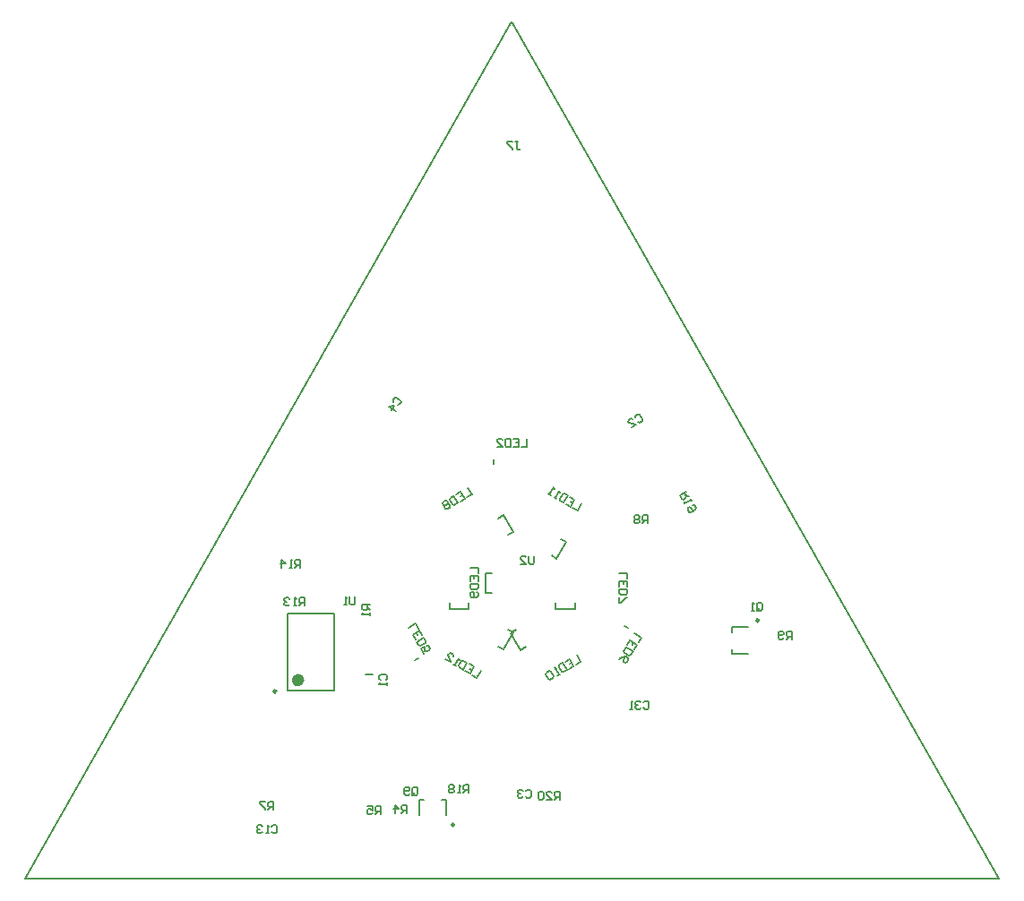
<source format=gbo>
%FSLAX25Y25*%
%MOIN*%
G70*
G01*
G75*
G04 Layer_Color=32896*
%ADD10C,0.00700*%
%ADD11R,0.06299X0.02992*%
%ADD12R,0.07087X0.05512*%
%ADD13R,0.13386X0.07087*%
%ADD14R,0.01181X0.03347*%
%ADD15R,0.03937X0.03937*%
%ADD16R,0.02992X0.09449*%
%ADD17R,0.03937X0.04331*%
%ADD18R,0.05906X0.05118*%
%ADD19R,0.02362X0.01969*%
%ADD20O,0.07087X0.01181*%
%ADD21O,0.01181X0.07087*%
%ADD22R,0.04331X0.03937*%
G04:AMPARAMS|DCode=23|XSize=39.37mil|YSize=43.31mil|CornerRadius=0mil|HoleSize=0mil|Usage=FLASHONLY|Rotation=150.000|XOffset=0mil|YOffset=0mil|HoleType=Round|Shape=Rectangle|*
%AMROTATEDRECTD23*
4,1,4,0.02788,0.00891,0.00622,-0.02860,-0.02788,-0.00891,-0.00622,0.02860,0.02788,0.00891,0.0*
%
%ADD23ROTATEDRECTD23*%

%ADD24R,0.05118X0.05906*%
%ADD25R,0.02362X0.03543*%
%ADD26R,0.02559X0.02953*%
%ADD27R,0.02953X0.02559*%
%ADD28R,0.03937X0.03347*%
%ADD29R,0.03937X0.03347*%
%ADD30R,0.03347X0.03937*%
%ADD31R,0.03347X0.03937*%
%ADD32C,0.01000*%
%ADD33C,0.02000*%
%ADD34C,0.00600*%
%ADD35C,0.20000*%
%ADD36C,0.03937*%
%ADD37C,0.06000*%
%ADD38C,0.02598*%
%ADD39C,0.02000*%
%ADD40C,0.04000*%
%ADD41C,0.16500*%
%ADD42C,0.07201*%
%ADD43C,0.07150*%
%ADD44C,0.08000*%
G04:AMPARAMS|DCode=45|XSize=100mil|YSize=100mil|CornerRadius=0mil|HoleSize=0mil|Usage=FLASHONLY|Rotation=0.000|XOffset=0mil|YOffset=0mil|HoleType=Round|Shape=Relief|Width=10mil|Gap=10mil|Entries=4|*
%AMTHD45*
7,0,0,0.10000,0.08000,0.01000,45*
%
%ADD45THD45*%
%ADD46C,0.05299*%
%ADD47C,0.05000*%
G04:AMPARAMS|DCode=48|XSize=70mil|YSize=70mil|CornerRadius=0mil|HoleSize=0mil|Usage=FLASHONLY|Rotation=0.000|XOffset=0mil|YOffset=0mil|HoleType=Round|Shape=Relief|Width=10mil|Gap=10mil|Entries=4|*
%AMTHD48*
7,0,0,0.07000,0.05000,0.01000,45*
%
%ADD48THD48*%
G04:AMPARAMS|DCode=49|XSize=20.08mil|YSize=29.53mil|CornerRadius=0mil|HoleSize=0mil|Usage=FLASHONLY|Rotation=240.000|XOffset=0mil|YOffset=0mil|HoleType=Round|Shape=Rectangle|*
%AMROTATEDRECTD49*
4,1,4,-0.00777,0.01608,0.01781,0.00131,0.00777,-0.01608,-0.01781,-0.00131,-0.00777,0.01608,0.0*
%
%ADD49ROTATEDRECTD49*%

%ADD50R,0.06102X0.01772*%
G04:AMPARAMS|DCode=51|XSize=23.62mil|YSize=35.43mil|CornerRadius=0mil|HoleSize=0mil|Usage=FLASHONLY|Rotation=330.000|XOffset=0mil|YOffset=0mil|HoleType=Round|Shape=Rectangle|*
%AMROTATEDRECTD51*
4,1,4,-0.01909,-0.00944,-0.00137,0.02125,0.01909,0.00944,0.00137,-0.02125,-0.01909,-0.00944,0.0*
%
%ADD51ROTATEDRECTD51*%

G04:AMPARAMS|DCode=52|XSize=59.06mil|YSize=51.18mil|CornerRadius=0mil|HoleSize=0mil|Usage=FLASHONLY|Rotation=30.000|XOffset=0mil|YOffset=0mil|HoleType=Round|Shape=Rectangle|*
%AMROTATEDRECTD52*
4,1,4,-0.01278,-0.03693,-0.03837,0.00740,0.01278,0.03693,0.03837,-0.00740,-0.01278,-0.03693,0.0*
%
%ADD52ROTATEDRECTD52*%

G04:AMPARAMS|DCode=53|XSize=59.06mil|YSize=51.18mil|CornerRadius=0mil|HoleSize=0mil|Usage=FLASHONLY|Rotation=150.000|XOffset=0mil|YOffset=0mil|HoleType=Round|Shape=Rectangle|*
%AMROTATEDRECTD53*
4,1,4,0.03837,0.00740,0.01278,-0.03693,-0.03837,-0.00740,-0.01278,0.03693,0.03837,0.00740,0.0*
%
%ADD53ROTATEDRECTD53*%

%ADD54R,0.02953X0.02008*%
%ADD55R,0.03543X0.02362*%
G04:AMPARAMS|DCode=56|XSize=23.62mil|YSize=35.43mil|CornerRadius=0mil|HoleSize=0mil|Usage=FLASHONLY|Rotation=210.000|XOffset=0mil|YOffset=0mil|HoleType=Round|Shape=Rectangle|*
%AMROTATEDRECTD56*
4,1,4,0.00137,0.02125,0.01909,-0.00944,-0.00137,-0.02125,-0.01909,0.00944,0.00137,0.02125,0.0*
%
%ADD56ROTATEDRECTD56*%

%ADD57R,0.02008X0.02953*%
G04:AMPARAMS|DCode=58|XSize=20.08mil|YSize=29.53mil|CornerRadius=0mil|HoleSize=0mil|Usage=FLASHONLY|Rotation=300.000|XOffset=0mil|YOffset=0mil|HoleType=Round|Shape=Rectangle|*
%AMROTATEDRECTD58*
4,1,4,-0.01781,0.00131,0.00777,0.01608,0.01781,-0.00131,-0.00777,-0.01608,-0.01781,0.00131,0.0*
%
%ADD58ROTATEDRECTD58*%

G04:AMPARAMS|DCode=59|XSize=25.59mil|YSize=29.53mil|CornerRadius=0mil|HoleSize=0mil|Usage=FLASHONLY|Rotation=30.000|XOffset=0mil|YOffset=0mil|HoleType=Round|Shape=Rectangle|*
%AMROTATEDRECTD59*
4,1,4,-0.00370,-0.01918,-0.01846,0.00639,0.00370,0.01918,0.01846,-0.00639,-0.00370,-0.01918,0.0*
%
%ADD59ROTATEDRECTD59*%

G04:AMPARAMS|DCode=60|XSize=23.62mil|YSize=39.37mil|CornerRadius=0mil|HoleSize=0mil|Usage=FLASHONLY|Rotation=240.000|XOffset=0mil|YOffset=0mil|HoleType=Round|Shape=Rectangle|*
%AMROTATEDRECTD60*
4,1,4,-0.01114,0.02007,0.02295,0.00039,0.01114,-0.02007,-0.02295,-0.00039,-0.01114,0.02007,0.0*
%
%ADD60ROTATEDRECTD60*%

G04:AMPARAMS|DCode=61|XSize=23.62mil|YSize=39.37mil|CornerRadius=0mil|HoleSize=0mil|Usage=FLASHONLY|Rotation=300.000|XOffset=0mil|YOffset=0mil|HoleType=Round|Shape=Rectangle|*
%AMROTATEDRECTD61*
4,1,4,-0.02295,0.00039,0.01114,0.02007,0.02295,-0.00039,-0.01114,-0.02007,-0.02295,0.00039,0.0*
%
%ADD61ROTATEDRECTD61*%

%ADD62R,0.02362X0.03937*%
%ADD63R,0.02362X0.03740*%
%ADD64C,0.02362*%
%ADD65C,0.00984*%
%ADD66C,0.00787*%
%ADD67R,0.07099X0.03792*%
%ADD68R,0.07887X0.06312*%
%ADD69R,0.14186X0.07887*%
%ADD70R,0.01981X0.04147*%
%ADD71R,0.04737X0.04737*%
%ADD72R,0.03386X0.09843*%
%ADD73R,0.04737X0.05131*%
%ADD74R,0.06706X0.05918*%
%ADD75R,0.03162X0.02769*%
%ADD76O,0.07887X0.01981*%
%ADD77O,0.01981X0.07887*%
%ADD78R,0.05131X0.04737*%
G04:AMPARAMS|DCode=79|XSize=47.37mil|YSize=51.31mil|CornerRadius=0mil|HoleSize=0mil|Usage=FLASHONLY|Rotation=150.000|XOffset=0mil|YOffset=0mil|HoleType=Round|Shape=Rectangle|*
%AMROTATEDRECTD79*
4,1,4,0.03334,0.01037,0.00769,-0.03406,-0.03334,-0.01037,-0.00769,0.03406,0.03334,0.01037,0.0*
%
%ADD79ROTATEDRECTD79*%

%ADD80R,0.05918X0.06706*%
%ADD81R,0.03162X0.04343*%
%ADD82R,0.03359X0.03753*%
%ADD83R,0.03753X0.03359*%
%ADD84R,0.04737X0.04147*%
%ADD85R,0.04737X0.04147*%
%ADD86R,0.04147X0.04737*%
%ADD87R,0.04147X0.04737*%
%ADD88C,0.20300*%
%ADD89C,0.04331*%
%ADD90C,0.06800*%
%ADD91C,0.02800*%
G04:AMPARAMS|DCode=92|XSize=28.08mil|YSize=37.53mil|CornerRadius=0mil|HoleSize=0mil|Usage=FLASHONLY|Rotation=240.000|XOffset=0mil|YOffset=0mil|HoleType=Round|Shape=Rectangle|*
%AMROTATEDRECTD92*
4,1,4,-0.00923,0.02154,0.02327,0.00278,0.00923,-0.02154,-0.02327,-0.00278,-0.00923,0.02154,0.0*
%
%ADD92ROTATEDRECTD92*%

%ADD93C,0.04737*%
%ADD94R,0.06902X0.02572*%
G04:AMPARAMS|DCode=95|XSize=31.62mil|YSize=43.43mil|CornerRadius=0mil|HoleSize=0mil|Usage=FLASHONLY|Rotation=330.000|XOffset=0mil|YOffset=0mil|HoleType=Round|Shape=Rectangle|*
%AMROTATEDRECTD95*
4,1,4,-0.02455,-0.01090,-0.00283,0.02671,0.02455,0.01090,0.00283,-0.02671,-0.02455,-0.01090,0.0*
%
%ADD95ROTATEDRECTD95*%

G04:AMPARAMS|DCode=96|XSize=67.06mil|YSize=59.18mil|CornerRadius=0mil|HoleSize=0mil|Usage=FLASHONLY|Rotation=30.000|XOffset=0mil|YOffset=0mil|HoleType=Round|Shape=Rectangle|*
%AMROTATEDRECTD96*
4,1,4,-0.01424,-0.04239,-0.04383,0.00886,0.01424,0.04239,0.04383,-0.00886,-0.01424,-0.04239,0.0*
%
%ADD96ROTATEDRECTD96*%

G04:AMPARAMS|DCode=97|XSize=67.06mil|YSize=59.18mil|CornerRadius=0mil|HoleSize=0mil|Usage=FLASHONLY|Rotation=150.000|XOffset=0mil|YOffset=0mil|HoleType=Round|Shape=Rectangle|*
%AMROTATEDRECTD97*
4,1,4,0.04383,0.00886,0.01424,-0.04239,-0.04383,-0.00886,-0.01424,0.04239,0.04383,0.00886,0.0*
%
%ADD97ROTATEDRECTD97*%

%ADD98R,0.03753X0.02808*%
%ADD99R,0.04343X0.03162*%
G04:AMPARAMS|DCode=100|XSize=31.62mil|YSize=43.43mil|CornerRadius=0mil|HoleSize=0mil|Usage=FLASHONLY|Rotation=210.000|XOffset=0mil|YOffset=0mil|HoleType=Round|Shape=Rectangle|*
%AMROTATEDRECTD100*
4,1,4,0.00283,0.02671,0.02455,-0.01090,-0.00283,-0.02671,-0.02455,0.01090,0.00283,0.02671,0.0*
%
%ADD100ROTATEDRECTD100*%

%ADD101R,0.02808X0.03753*%
G04:AMPARAMS|DCode=102|XSize=28.08mil|YSize=37.53mil|CornerRadius=0mil|HoleSize=0mil|Usage=FLASHONLY|Rotation=300.000|XOffset=0mil|YOffset=0mil|HoleType=Round|Shape=Rectangle|*
%AMROTATEDRECTD102*
4,1,4,-0.02327,0.00278,0.00923,0.02154,0.02327,-0.00278,-0.00923,-0.02154,-0.02327,0.00278,0.0*
%
%ADD102ROTATEDRECTD102*%

G04:AMPARAMS|DCode=103|XSize=33.59mil|YSize=37.53mil|CornerRadius=0mil|HoleSize=0mil|Usage=FLASHONLY|Rotation=30.000|XOffset=0mil|YOffset=0mil|HoleType=Round|Shape=Rectangle|*
%AMROTATEDRECTD103*
4,1,4,-0.00516,-0.02465,-0.02393,0.00785,0.00516,0.02465,0.02393,-0.00785,-0.00516,-0.02465,0.0*
%
%ADD103ROTATEDRECTD103*%

%ADD104C,0.02800*%
G04:AMPARAMS|DCode=105|XSize=31.62mil|YSize=47.37mil|CornerRadius=0mil|HoleSize=0mil|Usage=FLASHONLY|Rotation=240.000|XOffset=0mil|YOffset=0mil|HoleType=Round|Shape=Rectangle|*
%AMROTATEDRECTD105*
4,1,4,-0.01261,0.02554,0.02842,0.00185,0.01261,-0.02554,-0.02842,-0.00185,-0.01261,0.02554,0.0*
%
%ADD105ROTATEDRECTD105*%

G04:AMPARAMS|DCode=106|XSize=31.62mil|YSize=47.37mil|CornerRadius=0mil|HoleSize=0mil|Usage=FLASHONLY|Rotation=300.000|XOffset=0mil|YOffset=0mil|HoleType=Round|Shape=Rectangle|*
%AMROTATEDRECTD106*
4,1,4,-0.02842,0.00185,0.01261,0.02554,0.02842,-0.00185,-0.01261,-0.02554,-0.02842,0.00185,0.0*
%
%ADD106ROTATEDRECTD106*%

%ADD107R,0.03162X0.04737*%
%ADD108R,0.03162X0.04540*%
%ADD109C,0.03398*%
D34*
X-1343Y-17563D02*
X566Y-18665D01*
X-3076Y-24973D02*
X566Y-18665D01*
X-4985Y-23870D02*
X-3076Y-24973D01*
X-54331Y-34252D02*
X-51968D01*
X-9783Y-3701D02*
X-7579D01*
X-9783D02*
Y3583D01*
X-7579D01*
X23386Y-9882D02*
Y-7677D01*
X16102Y-9882D02*
X23386D01*
X16102D02*
Y-7677D01*
X-5044Y23973D02*
X-3135Y25075D01*
X507Y18767D01*
X-1403Y17665D02*
X507Y18767D01*
X-15984Y-9882D02*
Y-7677D01*
X-23268Y-9882D02*
X-15984D01*
X-23268D02*
Y-7677D01*
X3135Y-25075D02*
X5044Y-23973D01*
X-507Y-18767D02*
X3135Y-25075D01*
X-507Y-18767D02*
X1403Y-17665D01*
X18341Y16296D02*
X20251Y15193D01*
X16609Y8885D02*
X20251Y15193D01*
X14700Y9988D02*
X16609Y8885D01*
X-11493Y-32836D02*
X-12992Y-35433D01*
X-14724Y-34433D01*
X-15821Y-30337D02*
X-14090Y-31336D01*
X-15589Y-33934D01*
X-17321Y-32934D01*
X-14840Y-32635D02*
X-15705Y-32135D01*
X-16687Y-29837D02*
X-18187Y-32434D01*
X-19485Y-31684D01*
X-19668Y-31001D01*
X-18668Y-29270D01*
X-17986Y-29087D01*
X-16687Y-29837D01*
X-20784Y-30935D02*
X-21650Y-30435D01*
X-21217Y-30685D01*
X-19717Y-28087D01*
X-19534Y-28770D01*
X-24680Y-28685D02*
X-22948Y-29685D01*
X-23680Y-26954D01*
X-23430Y-26521D01*
X-22747Y-26338D01*
X-21882Y-26838D01*
X-21699Y-27521D01*
X1201Y164080D02*
X2200D01*
X1701D01*
Y161581D01*
X2200Y161081D01*
X2700D01*
X3200Y161581D01*
X201Y164080D02*
X-1798D01*
Y163580D01*
X201Y161581D01*
Y161081D01*
X-37039Y-78634D02*
Y-76635D01*
X-36539Y-76135D01*
X-35539D01*
X-35039Y-76635D01*
Y-78634D01*
X-35539Y-79134D01*
X-36539D01*
X-36039Y-78134D02*
X-37039Y-79134D01*
X-36539D02*
X-37039Y-78634D01*
X-38038D02*
X-38538Y-79134D01*
X-39538D01*
X-40038Y-78634D01*
Y-76635D01*
X-39538Y-76135D01*
X-38538D01*
X-38038Y-76635D01*
Y-77135D01*
X-38538Y-77634D01*
X-40038D01*
X-58439Y-5315D02*
Y-7814D01*
X-58939Y-8314D01*
X-59939D01*
X-60439Y-7814D01*
Y-5315D01*
X-61438Y-8314D02*
X-62438D01*
X-61938D01*
Y-5315D01*
X-61438Y-5815D01*
X17787Y-80800D02*
Y-77801D01*
X16288D01*
X15788Y-78301D01*
Y-79300D01*
X16288Y-79800D01*
X17787D01*
X16788D02*
X15788Y-80800D01*
X12789D02*
X14788D01*
X12789Y-78801D01*
Y-78301D01*
X13289Y-77801D01*
X14288D01*
X14788Y-78301D01*
X11789D02*
X11289Y-77801D01*
X10290D01*
X9790Y-78301D01*
Y-80300D01*
X10290Y-80800D01*
X11289D01*
X11789Y-80300D01*
Y-78301D01*
X45434Y-18973D02*
X48031Y-20472D01*
X47032Y-22204D01*
X42935Y-23302D02*
X43935Y-21570D01*
X46532Y-23070D01*
X45532Y-24801D01*
X45233Y-22320D02*
X44734Y-23186D01*
X42435Y-24167D02*
X45033Y-25667D01*
X44283Y-26965D01*
X43600Y-27149D01*
X41868Y-26149D01*
X41686Y-25466D01*
X42435Y-24167D01*
X39936Y-28496D02*
X40869Y-27880D01*
X42234Y-27514D01*
X43100Y-28014D01*
X43283Y-28697D01*
X42783Y-29563D01*
X42100Y-29746D01*
X41668Y-29496D01*
X41485Y-28813D01*
X42234Y-27514D01*
X48901Y-44618D02*
X49401Y-44118D01*
X50401D01*
X50901Y-44618D01*
Y-46617D01*
X50401Y-47117D01*
X49401D01*
X48901Y-46617D01*
X47902Y-44618D02*
X47402Y-44118D01*
X46402D01*
X45902Y-44618D01*
Y-45118D01*
X46402Y-45618D01*
X46902D01*
X46402D01*
X45902Y-46118D01*
Y-46617D01*
X46402Y-47117D01*
X47402D01*
X47902Y-46617D01*
X44903Y-47117D02*
X43903D01*
X44403D01*
Y-44118D01*
X44903Y-44618D01*
X-48956Y-36251D02*
X-49456Y-35752D01*
Y-34752D01*
X-48956Y-34252D01*
X-46957D01*
X-46457Y-34752D01*
Y-35752D01*
X-46957Y-36251D01*
X-46457Y-37251D02*
Y-38251D01*
Y-37751D01*
X-49456D01*
X-48956Y-37251D01*
X45838Y61401D02*
X46021Y62084D01*
X46887Y62584D01*
X47569Y62401D01*
X48569Y60669D01*
X48386Y59986D01*
X47520Y59487D01*
X46837Y59669D01*
X44490Y57737D02*
X46222Y58737D01*
X43490Y59469D01*
X43241Y59901D01*
X43424Y60584D01*
X44289Y61084D01*
X44972Y60901D01*
X5188Y-77650D02*
X5688Y-77151D01*
X6688D01*
X7187Y-77650D01*
Y-79650D01*
X6688Y-80150D01*
X5688D01*
X5188Y-79650D01*
X4188Y-77650D02*
X3689Y-77151D01*
X2689D01*
X2189Y-77650D01*
Y-78150D01*
X2689Y-78650D01*
X3189D01*
X2689D01*
X2189Y-79150D01*
Y-79650D01*
X2689Y-80150D01*
X3689D01*
X4188Y-79650D01*
X-44109Y67235D02*
X-44292Y67917D01*
X-43792Y68783D01*
X-43109Y68966D01*
X-41378Y67967D01*
X-41195Y67284D01*
X-41695Y66418D01*
X-42377Y66235D01*
X-43194Y63821D02*
X-45791Y65320D01*
X-43743Y65869D01*
X-44743Y64138D01*
X-89401Y-90808D02*
X-88901Y-90308D01*
X-87901D01*
X-87402Y-90808D01*
Y-92807D01*
X-87901Y-93307D01*
X-88901D01*
X-89401Y-92807D01*
X-90401Y-93307D02*
X-91400D01*
X-90900D01*
Y-90308D01*
X-90401Y-90808D01*
X-92900D02*
X-93400Y-90308D01*
X-94399D01*
X-94899Y-90808D01*
Y-91308D01*
X-94399Y-91808D01*
X-93900D01*
X-94399D01*
X-94899Y-92307D01*
Y-92807D01*
X-94399Y-93307D01*
X-93400D01*
X-92900Y-92807D01*
X-52756Y-8268D02*
X-55755D01*
Y-9767D01*
X-55255Y-10267D01*
X-54255D01*
X-53756Y-9767D01*
Y-8268D01*
Y-9267D02*
X-52756Y-10267D01*
Y-11267D02*
Y-12266D01*
Y-11767D01*
X-55755D01*
X-55255Y-11267D01*
X-38976Y-85827D02*
Y-82828D01*
X-40476D01*
X-40976Y-83328D01*
Y-84327D01*
X-40476Y-84827D01*
X-38976D01*
X-39976D02*
X-40976Y-85827D01*
X-43475D02*
Y-82828D01*
X-41975Y-84327D01*
X-43975D01*
X-48819Y-86221D02*
Y-83221D01*
X-50318D01*
X-50818Y-83721D01*
Y-84721D01*
X-50318Y-85221D01*
X-48819D01*
X-49819D02*
X-50818Y-86221D01*
X-53817Y-83221D02*
X-51818D01*
Y-84721D01*
X-52818Y-84221D01*
X-53317D01*
X-53817Y-84721D01*
Y-85721D01*
X-53317Y-86221D01*
X-52318D01*
X-51818Y-85721D01*
X-88757Y-84646D02*
Y-81647D01*
X-90256D01*
X-90756Y-82147D01*
Y-83146D01*
X-90256Y-83646D01*
X-88757D01*
X-89756D02*
X-90756Y-84646D01*
X-91756Y-81647D02*
X-93755D01*
Y-82147D01*
X-91756Y-84146D01*
Y-84646D01*
X8209Y9934D02*
Y7435D01*
X7710Y6935D01*
X6710D01*
X6210Y7435D01*
Y9934D01*
X3211Y6935D02*
X5210D01*
X3211Y8935D01*
Y9435D01*
X3711Y9934D01*
X4711D01*
X5210Y9435D01*
X5500Y53599D02*
Y50600D01*
X3501D01*
X502Y53599D02*
X2501D01*
Y50600D01*
X502D01*
X2501Y52100D02*
X1501D01*
X-498Y53599D02*
Y50600D01*
X-1998D01*
X-2497Y51100D01*
Y53099D01*
X-1998Y53599D01*
X-498D01*
X-5496Y50600D02*
X-3497D01*
X-5496Y52599D01*
Y53099D01*
X-4997Y53599D01*
X-3997D01*
X-3497Y53099D01*
X-38424Y-16854D02*
X-35827Y-15354D01*
X-34827Y-17086D01*
X-35925Y-21183D02*
X-36924Y-19451D01*
X-34327Y-17952D01*
X-33328Y-19683D01*
X-35626Y-18701D02*
X-35126Y-19567D01*
X-35425Y-22048D02*
X-32828Y-20549D01*
X-32078Y-21847D01*
X-32261Y-22530D01*
X-33992Y-23530D01*
X-34675Y-23347D01*
X-35425Y-22048D01*
X-32926Y-26377D02*
X-33926Y-24646D01*
X-32627Y-23896D01*
X-32560Y-25012D01*
X-32310Y-25444D01*
X-31627Y-25627D01*
X-30761Y-25127D01*
X-30579Y-24445D01*
X-31078Y-23579D01*
X-31761Y-23396D01*
X39914Y3543D02*
X42913D01*
Y1544D01*
X39914Y-1455D02*
Y544D01*
X42913D01*
Y-1455D01*
X41414Y544D02*
Y-455D01*
X39914Y-2455D02*
X42913D01*
Y-3954D01*
X42413Y-4454D01*
X40414D01*
X39914Y-3954D01*
Y-2455D01*
Y-5454D02*
Y-7453D01*
X40414D01*
X42413Y-5454D01*
X42913D01*
X-16460Y35274D02*
X-14961Y32677D01*
X-16692Y31677D01*
X-20789Y32775D02*
X-19057Y33775D01*
X-17558Y31178D01*
X-19289Y30178D01*
X-18308Y32476D02*
X-19173Y31976D01*
X-21655Y32275D02*
X-20155Y29678D01*
X-21454Y28928D01*
X-22137Y29111D01*
X-23136Y30843D01*
X-22953Y31526D01*
X-21655Y32275D01*
X-24002Y30343D02*
X-24685Y30526D01*
X-25550Y30026D01*
X-25733Y29343D01*
X-25484Y28910D01*
X-24801Y28727D01*
X-24984Y28045D01*
X-24734Y27612D01*
X-24051Y27429D01*
X-23185Y27929D01*
X-23002Y28611D01*
X-23252Y29044D01*
X-23935Y29227D01*
X-23752Y29910D01*
X-24002Y30343D01*
X-23935Y29227D02*
X-24801Y28727D01*
X-15597Y5512D02*
X-12598D01*
Y3512D01*
X-15597Y513D02*
Y2513D01*
X-12598D01*
Y513D01*
X-14098Y2513D02*
Y1513D01*
X-15597Y-486D02*
X-12598D01*
Y-1986D01*
X-13098Y-2486D01*
X-15098D01*
X-15597Y-1986D01*
Y-486D01*
X-13098Y-3485D02*
X-12598Y-3985D01*
Y-4985D01*
X-13098Y-5485D01*
X-15098D01*
X-15597Y-4985D01*
Y-3985D01*
X-15098Y-3485D01*
X-14598D01*
X-14098Y-3985D01*
Y-5485D01*
X24091Y-26930D02*
X25591Y-29528D01*
X23859Y-30527D01*
X19762Y-29430D02*
X21494Y-28430D01*
X22993Y-31027D01*
X21262Y-32027D01*
X22243Y-29728D02*
X21378Y-30228D01*
X18897Y-29929D02*
X20396Y-32527D01*
X19097Y-33276D01*
X18415Y-33093D01*
X17415Y-31362D01*
X17598Y-30679D01*
X18897Y-29929D01*
X17799Y-34026D02*
X16933Y-34526D01*
X17366Y-34276D01*
X15867Y-31679D01*
X16549Y-31862D01*
X14385Y-33111D02*
X13702Y-32928D01*
X12836Y-33428D01*
X12653Y-34111D01*
X13653Y-35842D01*
X14336Y-36026D01*
X15202Y-35526D01*
X15385Y-34843D01*
X14385Y-33111D01*
X25909Y29369D02*
X24409Y26772D01*
X22678Y27771D01*
X21580Y31868D02*
X23312Y30868D01*
X21812Y28271D01*
X20081Y29271D01*
X22562Y29570D02*
X21696Y30070D01*
X20715Y32368D02*
X19215Y29771D01*
X17916Y30520D01*
X17733Y31203D01*
X18733Y32935D01*
X19416Y33118D01*
X20715Y32368D01*
X16618Y31270D02*
X15752Y31770D01*
X16185Y31520D01*
X17684Y34117D01*
X17867Y33435D01*
X14453Y32520D02*
X13588Y33020D01*
X14020Y32770D01*
X15520Y35367D01*
X15703Y34684D01*
X91071Y-9972D02*
Y-7972D01*
X91571Y-7473D01*
X92570D01*
X93070Y-7972D01*
Y-9972D01*
X92570Y-10472D01*
X91571D01*
X92070Y-9472D02*
X91071Y-10472D01*
X91571D02*
X91071Y-9972D01*
X90071Y-10472D02*
X89071D01*
X89571D01*
Y-7473D01*
X90071Y-7972D01*
X50472Y22031D02*
Y25030D01*
X48973D01*
X48473Y24531D01*
Y23531D01*
X48973Y23031D01*
X50472D01*
X49473D02*
X48473Y22031D01*
X47473Y24531D02*
X46974Y25030D01*
X45974D01*
X45474Y24531D01*
Y24031D01*
X45974Y23531D01*
X45474Y23031D01*
Y22531D01*
X45974Y22031D01*
X46974D01*
X47473Y22531D01*
Y23031D01*
X46974Y23531D01*
X47473Y24031D01*
Y24531D01*
X46974Y23531D02*
X45974D01*
X104078Y-21154D02*
Y-18155D01*
X102578D01*
X102079Y-18654D01*
Y-19654D01*
X102578Y-20154D01*
X104078D01*
X103078D02*
X102079Y-21154D01*
X101079Y-20654D02*
X100579Y-21154D01*
X99579D01*
X99080Y-20654D01*
Y-18654D01*
X99579Y-18155D01*
X100579D01*
X101079Y-18654D01*
Y-19154D01*
X100579Y-19654D01*
X99080D01*
X-15997Y-78347D02*
Y-75348D01*
X-17496D01*
X-17996Y-75847D01*
Y-76847D01*
X-17496Y-77347D01*
X-15997D01*
X-16996D02*
X-17996Y-78347D01*
X-18996D02*
X-19996D01*
X-19496D01*
Y-75348D01*
X-18996Y-75847D01*
X-21495D02*
X-21995Y-75348D01*
X-22995D01*
X-23494Y-75847D01*
Y-76347D01*
X-22995Y-76847D01*
X-23494Y-77347D01*
Y-77847D01*
X-22995Y-78347D01*
X-21995D01*
X-21495Y-77847D01*
Y-77347D01*
X-21995Y-76847D01*
X-21495Y-76347D01*
Y-75847D01*
X-21995Y-76847D02*
X-22995D01*
X-77165Y-8661D02*
Y-5662D01*
X-78665D01*
X-79165Y-6162D01*
Y-7162D01*
X-78665Y-7662D01*
X-77165D01*
X-78165D02*
X-79165Y-8661D01*
X-80164D02*
X-81164D01*
X-80664D01*
Y-5662D01*
X-80164Y-6162D01*
X-82664D02*
X-83163Y-5662D01*
X-84163D01*
X-84663Y-6162D01*
Y-6662D01*
X-84163Y-7162D01*
X-83663D01*
X-84163D01*
X-84663Y-7662D01*
Y-8162D01*
X-84163Y-8661D01*
X-83163D01*
X-82664Y-8162D01*
X-78740Y5512D02*
Y8511D01*
X-80240D01*
X-80739Y8011D01*
Y7011D01*
X-80240Y6511D01*
X-78740D01*
X-79740D02*
X-80739Y5512D01*
X-81739D02*
X-82739D01*
X-82239D01*
Y8511D01*
X-81739Y8011D01*
X-85738Y5512D02*
Y8511D01*
X-84238Y7011D01*
X-86238D01*
X64961Y33858D02*
X62363Y32359D01*
X63113Y31060D01*
X63796Y30877D01*
X64662Y31377D01*
X64845Y32060D01*
X64095Y33358D01*
X64595Y32493D02*
X65960Y32127D01*
X66460Y31261D02*
X66960Y30395D01*
X66710Y30828D01*
X64113Y29329D01*
X64296Y30011D01*
X67277Y28847D02*
X67960Y28664D01*
X68459Y27798D01*
X68277Y27115D01*
X66545Y26116D01*
X65862Y26298D01*
X65362Y27164D01*
X65545Y27847D01*
X65978Y28097D01*
X66661Y27914D01*
X67411Y26615D01*
X0Y208661D02*
X181102Y-110236D01*
X-181102D02*
X0Y208661D01*
X-181102Y-110236D02*
X181102D01*
D64*
X-78445Y-36319D02*
G03*
X-78445Y-36319I-1181J0D01*
G01*
D65*
X-21457Y-90158D02*
G03*
X-21457Y-90158I-492J0D01*
G01*
X-87697Y-40453D02*
G03*
X-87697Y-40453I-492J0D01*
G01*
X91831Y-14075D02*
G03*
X91831Y-14075I-492J0D01*
G01*
D66*
X-34547Y-80709D02*
X-32776D01*
X-26280D02*
X-24508D01*
X-34547Y-86614D02*
Y-80709D01*
X-24508Y-86614D02*
X-24508Y-80709D01*
X-83563Y-40256D02*
X-83563Y-11516D01*
X-66043Y-40256D02*
Y-11516D01*
X-83563Y-40256D02*
X-66043D01*
X-83563Y-11516D02*
X-66043D01*
X41763Y-16140D02*
X43127Y-16927D01*
X-6890Y44213D02*
X-6890Y45787D01*
X-36237Y-28860D02*
X-34873Y-28073D01*
X81890Y-16634D02*
X87795Y-16634D01*
X81890Y-26673D02*
X87795D01*
X81890Y-18406D02*
Y-16634D01*
Y-26673D02*
Y-24902D01*
M02*

</source>
